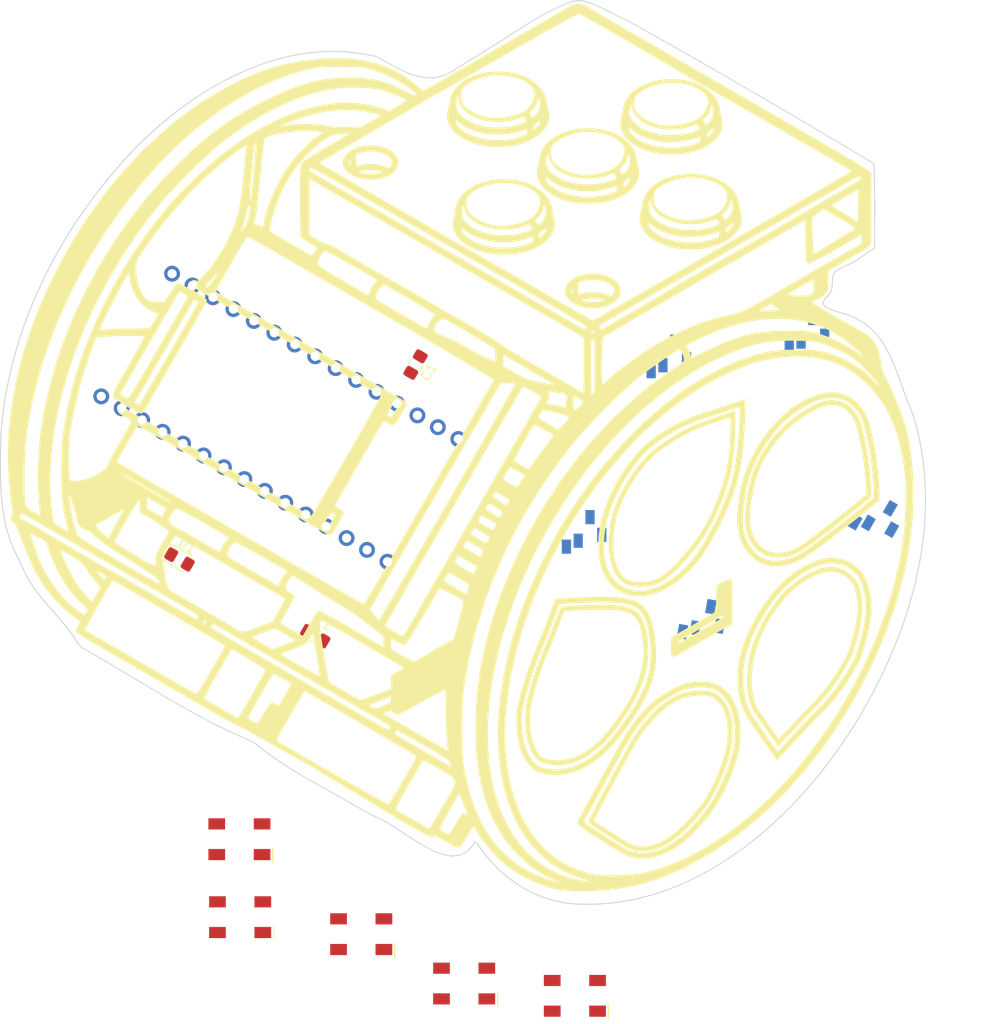
<source format=kicad_pcb>
(kicad_pcb (version 20171130) (host pcbnew 5.1.4-e60b266~84~ubuntu18.04.1)
  (layers (0 Top signal) (1 PWR signal) (2 MID signal) (31 Bottom signal) (34 B.Paste user) (35 F.Paste user) (36 B.SilkS user) (37 F.SilkS user) (38 B.Mask user hide) (39 F.Mask user hide) (44 Edge.Cuts user))
  (net 0 "")
  (net 1 /+3V3)
  (net 2 GND)
  (net 3 "Net-(D1-Pad2)")
  (net 4 /RESET)
  (net 5 /A5-SCL)
  (net 6 /A4-SDA)
  (net 7 /A3)
  (net 8 /A6)
  (net 9 /A7)
  (net 10 /A2)
  (net 11 /A1)
  (net 12 /A0)
  (net 13 /AREF)
  (net 14 /SCK)
  (net 15 /VIN)
  (net 16 /VUSB)
  (net 17 /TX)
  (net 18 /RX)
  (net 19 /D2)
  (net 20 NEO-D3)
  (net 21 /D4)
  (net 22 /D5-)
  (net 23 /D6-)
  (net 24 /D7)
  (net 25 /D8)
  (net 26 /D9-)
  (net 27 /D10-)
  (net 28 /MOSI)
  (net 29 /MISO-)
  (net 30 "Net-(LED1-Pad3)")
  (net 31 "Net-(LED2-Pad3)")
  (net 32 "Net-(LED3-Pad3)")
  (net 33 "Net-(LED4-Pad3)")
  (net 34 "Net-(LED5-Pad3)")
  (module 002-Nano:P9823_Reverse_Mount_Short_Pin (layer Bottom) (at 172.593 131.8514 350)
    (fp_text reference REF**)
    (fp_text value P9823_Reverse_Mount_Short_Pin)
    (pad 4 smd rect (at -1.905 -5.08 170) (size 1 1.524) (layers Bottom B.Paste B.Mask))
    (pad 2 smd rect (at 1.905 -6.35 170) (size 1 1.524) (layers Bottom B.Paste B.Mask))
    (pad 1 smd rect (at 0.635 -8.255 350) (size 1 1.524) (layers Bottom B.Paste B.Mask))
    (pad 3 smd rect (at -0.635 -5.715 350) (size 1 1.524) (layers Bottom B.Paste B.Mask))
  )
  (module 002-Nano:P9823_Reverse_Mount_Short_Pin (layer Bottom) (at 189.2808 120.0912 330)
    (fp_text reference REF**)
    (fp_text value P9823_Reverse_Mount_Short_Pin)
    (pad 4 smd rect (at -1.905 -5.08 150) (size 1 1.524) (layers Bottom B.Paste B.Mask))
    (pad 2 smd rect (at 1.905 -6.35 150) (size 1 1.524) (layers Bottom B.Paste B.Mask))
    (pad 1 smd rect (at 0.635 -8.255 330) (size 1 1.524) (layers Bottom B.Paste B.Mask))
    (pad 3 smd rect (at -0.635 -5.715 330) (size 1 1.524) (layers Bottom B.Paste B.Mask))
  )
  (module 002-Nano:P9823_Reverse_Mount_Short_Pin (layer Bottom) (at 161.0106 122.4534)
    (fp_text reference REF**)
    (fp_text value P9823_Reverse_Mount_Short_Pin)
    (pad 4 smd rect (at -1.905 -5.08 180) (size 1 1.524) (layers Bottom B.Paste B.Mask))
    (pad 2 smd rect (at 1.905 -6.35 180) (size 1 1.524) (layers Bottom B.Paste B.Mask))
    (pad 1 smd rect (at 0.635 -8.255) (size 1 1.524) (layers Bottom B.Paste B.Mask))
    (pad 3 smd rect (at -0.635 -5.715) (size 1 1.524) (layers Bottom B.Paste B.Mask))
  )
  (module 002-Nano:P9823_Reverse_Mount_Short_Pin (layer Bottom) (at 170.1292 103.5812)
    (fp_text reference REF**)
    (fp_text value P9823_Reverse_Mount_Short_Pin)
    (pad 4 smd rect (at -1.905 -5.08 180) (size 1 1.524) (layers Bottom B.Paste B.Mask))
    (pad 2 smd rect (at 1.905 -6.35 180) (size 1 1.524) (layers Bottom B.Paste B.Mask))
    (pad 1 smd rect (at 0.635 -8.255) (size 1 1.524) (layers Bottom B.Paste B.Mask))
    (pad 3 smd rect (at -0.635 -5.715) (size 1 1.524) (layers Bottom B.Paste B.Mask))
  )
  (module 002-Nano:P9823_Reverse_Mount_Short_Pin (layer Bottom) (at 184.9882 101.0412)
    (fp_text reference REF**)
    (fp_text value P9823_Reverse_Mount_Short_Pin)
    (pad 4 smd rect (at -1.905 -5.08 180) (size 1 1.524) (layers Bottom B.Paste B.Mask))
    (pad 2 smd rect (at 1.905 -6.35 180) (size 1 1.524) (layers Bottom B.Paste B.Mask))
    (pad 1 smd rect (at 0.635 -8.255) (size 1 1.524) (layers Bottom B.Paste B.Mask))
    (pad 3 smd rect (at -0.635 -5.715) (size 1 1.524) (layers Bottom B.Paste B.Mask))
  )
  (module 002-Nano:escorni-badge-new_06_Nano_100mm (layer Top) (at 147.9804 107.2388)
    (fp_text reference Ref** hide)
    (fp_text value Val** hide)
    (fp_line (start 11.767627 -48.505779) (end 11.271839 -48.330964) (layer Edge.Cuts) (width 0.1))
    (fp_line (start 12.393273 -48.607998) (end 11.767627 -48.505779) (layer Edge.Cuts) (width 0.1))
    (fp_line (start 12.961496 -48.561791) (end 12.393273 -48.607998) (layer Edge.Cuts) (width 0.1))
    (fp_line (start 13.54828 -48.394956) (end 12.961496 -48.561791) (layer Edge.Cuts) (width 0.1))
    (fp_line (start 14.042617 -48.200805) (end 13.54828 -48.394956) (layer Edge.Cuts) (width 0.1))
    (fp_line (start 14.57699 -47.965493) (end 14.042617 -48.200805) (layer Edge.Cuts) (width 0.1))
    (fp_line (start 15.123382 -47.713332) (end 14.57699 -47.965493) (layer Edge.Cuts) (width 0.1))
    (fp_line (start 15.419853 -47.569497) (end 15.123382 -47.713332) (layer Edge.Cuts) (width 0.1))
    (fp_line (start 15.589088 -47.482985) (end 15.419853 -47.569497) (layer Edge.Cuts) (width 0.1))
    (fp_line (start 15.993059 -47.267439) (end 15.589088 -47.482985) (layer Edge.Cuts) (width 0.1))
    (fp_line (start 16.636489 -46.937844) (end 15.993059 -47.267439) (layer Edge.Cuts) (width 0.1))
    (fp_line (start 17.191649 -46.654167) (end 16.636489 -46.937844) (layer Edge.Cuts) (width 0.1))
    (fp_line (start 17.948147 -46.311483) (end 17.191649 -46.654167) (layer Edge.Cuts) (width 0.1))
    (fp_line (start 18.402315 -46.056698) (end 17.948147 -46.311483) (layer Edge.Cuts) (width 0.1))
    (fp_line (start 18.856347 -45.801672) (end 18.402315 -46.056698) (layer Edge.Cuts) (width 0.1))
    (fp_line (start 19.612771 -45.376144) (end 18.856347 -45.801672) (layer Edge.Cuts) (width 0.1))
    (fp_line (start 20.519946 -44.864581) (end 19.612771 -45.376144) (layer Edge.Cuts) (width 0.1))
    (fp_line (start 21.42657 -44.352062) (end 20.519946 -44.864581) (layer Edge.Cuts) (width 0.1))
    (fp_line (start 22.332643 -43.838587) (end 21.42657 -44.352062) (layer Edge.Cuts) (width 0.1))
    (fp_line (start 23.238206 -43.324137) (end 22.332643 -43.838587) (layer Edge.Cuts) (width 0.1))
    (fp_line (start 24.143239 -42.808723) (end 23.238206 -43.324137) (layer Edge.Cuts) (width 0.1))
    (fp_line (start 25.047687 -42.292379) (end 24.143239 -42.808723) (layer Edge.Cuts) (width 0.1))
    (fp_line (start 25.951574 -41.775094) (end 25.047687 -42.292379) (layer Edge.Cuts) (width 0.1))
    (fp_line (start 26.854936 -41.25685) (end 25.951574 -41.775094) (layer Edge.Cuts) (width 0.1))
    (fp_line (start 27.757762 -40.737654) (end 26.854936 -41.25685) (layer Edge.Cuts) (width 0.1))
    (fp_line (start 28.660063 -40.2175) (end 27.757762 -40.737654) (layer Edge.Cuts) (width 0.1))
    (fp_line (start 29.561836 -39.696397) (end 28.660063 -40.2175) (layer Edge.Cuts) (width 0.1))
    (fp_line (start 30.463032 -39.17437) (end 29.561836 -39.696397) (layer Edge.Cuts) (width 0.1))
    (fp_line (start 31.363661 -38.651413) (end 30.463032 -39.17437) (layer Edge.Cuts) (width 0.1))
    (fp_line (start 32.263693 -38.127516) (end 31.363661 -38.651413) (layer Edge.Cuts) (width 0.1))
    (fp_line (start 33.163283 -37.602662) (end 32.263693 -38.127516) (layer Edge.Cuts) (width 0.1))
    (fp_line (start 34.062335 -37.076874) (end 33.163283 -37.602662) (layer Edge.Cuts) (width 0.1))
    (fp_line (start 34.960843 -36.550153) (end 34.062335 -37.076874) (layer Edge.Cuts) (width 0.1))
    (fp_line (start 35.858753 -36.022533) (end 34.960843 -36.550153) (layer Edge.Cuts) (width 0.1))
    (fp_line (start 36.756099 -35.493999) (end 35.858753 -36.022533) (layer Edge.Cuts) (width 0.1))
    (fp_line (start 37.652908 -34.964538) (end 36.756099 -35.493999) (layer Edge.Cuts) (width 0.1))
    (fp_line (start 38.549173 -34.434153) (end 37.652908 -34.964538) (layer Edge.Cuts) (width 0.1))
    (fp_line (start 39.444905 -33.902843) (end 38.549173 -34.434153) (layer Edge.Cuts) (width 0.1))
    (fp_line (start 40.340101 -33.370612) (end 39.444905 -33.902843) (layer Edge.Cuts) (width 0.1))
    (fp_line (start 41.234762 -32.837458) (end 40.340101 -33.370612) (layer Edge.Cuts) (width 0.1))
    (fp_line (start 42.128875 -32.303389) (end 41.234762 -32.837458) (layer Edge.Cuts) (width 0.1))
    (fp_line (start 42.585219 -32.030288) (end 42.128875 -32.303389) (layer Edge.Cuts) (width 0.1))
    (fp_line (start 42.859778 -31.865789) (end 42.585219 -32.030288) (layer Edge.Cuts) (width 0.1))
    (fp_line (start 43.155162 -31.688645) (end 42.859778 -31.865789) (layer Edge.Cuts) (width 0.1))
    (fp_line (start 43.450527 -31.511446) (end 43.155162 -31.688645) (layer Edge.Cuts) (width 0.1))
    (fp_line (start 43.724926 -31.346752) (end 43.450527 -31.511446) (layer Edge.Cuts) (width 0.1))
    (fp_line (start 43.957469 -31.207177) (end 43.724926 -31.346752) (layer Edge.Cuts) (width 0.1))
    (fp_line (start 44.127227 -31.105257) (end 43.957469 -31.207177) (layer Edge.Cuts) (width 0.1))
    (fp_line (start 44.213237 -31.053607) (end 44.127227 -31.105257) (layer Edge.Cuts) (width 0.1))
    (fp_line (start 44.214637 -31.002023) (end 44.213237 -31.053607) (layer Edge.Cuts) (width 0.1))
    (fp_line (start 44.222637 -30.679371) (end 44.214637 -31.002023) (layer Edge.Cuts) (width 0.1))
    (fp_line (start 44.235447 -30.143326) (end 44.222637 -30.679371) (layer Edge.Cuts) (width 0.1))
    (fp_line (start 44.251397 -29.451561) (end 44.235447 -30.143326) (layer Edge.Cuts) (width 0.1))
    (fp_line (start 44.268647 -28.661747) (end 44.251397 -29.451561) (layer Edge.Cuts) (width 0.1))
    (fp_line (start 44.285387 -27.831552) (end 44.268647 -28.661747) (layer Edge.Cuts) (width 0.1))
    (fp_line (start 44.299987 -27.018655) (end 44.285387 -27.831552) (layer Edge.Cuts) (width 0.1))
    (fp_line (start 44.310187 -26.280722) (end 44.299987 -27.018655) (layer Edge.Cuts) (width 0.1))
    (fp_line (start 44.304127 -25.849199) (end 44.310187 -26.280722) (layer Edge.Cuts) (width 0.1))
    (fp_line (start 44.295827 -25.339024) (end 44.304127 -25.849199) (layer Edge.Cuts) (width 0.1))
    (fp_line (start 44.291071 -24.699942) (end 44.295827 -25.339024) (layer Edge.Cuts) (width 0.1))
    (fp_line (start 44.288992 -24.001709) (end 44.291071 -24.699942) (layer Edge.Cuts) (width 0.1))
    (fp_line (start 44.288772 -23.314062) (end 44.288992 -24.001709) (layer Edge.Cuts) (width 0.1))
    (fp_line (start 44.289704 -22.706736) (end 44.288772 -23.314062) (layer Edge.Cuts) (width 0.1))
    (fp_line (start 44.290991 -22.249507) (end 44.289704 -22.706736) (layer Edge.Cuts) (width 0.1))
    (fp_line (start 44.291909 -22.012082) (end 44.290991 -22.249507) (layer Edge.Cuts) (width 0.1))
    (fp_line (start 44.264719 -21.992672) (end 44.291909 -22.012082) (layer Edge.Cuts) (width 0.1))
    (fp_line (start 44.097616 -21.873907) (end 44.264719 -21.992672) (layer Edge.Cuts) (width 0.1))
    (fp_line (start 43.825353 -21.681394) (end 44.097616 -21.873907) (layer Edge.Cuts) (width 0.1))
    (fp_line (start 43.482716 -21.440805) (end 43.825353 -21.681394) (layer Edge.Cuts) (width 0.1))
    (fp_line (start 43.10451 -21.177768) (end 43.482716 -21.440805) (layer Edge.Cuts) (width 0.1))
    (fp_line (start 42.725475 -20.917911) (end 43.10451 -21.177768) (layer Edge.Cuts) (width 0.1))
    (fp_line (start 42.549629 -20.799601) (end 42.725475 -20.917911) (layer Edge.Cuts) (width 0.1))
    (fp_line (start 42.465169 -20.743241) (end 42.549629 -20.799601) (layer Edge.Cuts) (width 0.1))
    (fp_line (start 42.384439 -20.690021) (end 42.465169 -20.743241) (layer Edge.Cuts) (width 0.1))
    (fp_line (start 42.307999 -20.640141) (end 42.384439 -20.690021) (layer Edge.Cuts) (width 0.1))
    (fp_line (start 42.236399 -20.593991) (end 42.307999 -20.640141) (layer Edge.Cuts) (width 0.1))
    (fp_line (start 42.170189 -20.552171) (end 42.236399 -20.593991) (layer Edge.Cuts) (width 0.1))
    (fp_line (start 42.109879 -20.514701) (end 42.170189 -20.552171) (layer Edge.Cuts) (width 0.1))
    (fp_line (start 42.056149 -20.482611) (end 42.109879 -20.514701) (layer Edge.Cuts) (width 0.1))
    (fp_line (start 41.903872 -20.398657) (end 42.056149 -20.482611) (layer Edge.Cuts) (width 0.1))
    (fp_line (start 41.661974 -20.283619) (end 41.903872 -20.398657) (layer Edge.Cuts) (width 0.1))
    (fp_line (start 41.391915 -20.164506) (end 41.661974 -20.283619) (layer Edge.Cuts) (width 0.1))
    (fp_line (start 41.10738 -20.040649) (end 41.391915 -20.164506) (layer Edge.Cuts) (width 0.1))
    (fp_line (start 40.822024 -19.911428) (end 41.10738 -20.040649) (layer Edge.Cuts) (width 0.1))
    (fp_line (start 40.549473 -19.776203) (end 40.822024 -19.911428) (layer Edge.Cuts) (width 0.1))
    (fp_line (start 40.303437 -19.634346) (end 40.549473 -19.776203) (layer Edge.Cuts) (width 0.1))
    (fp_line (start 40.097542 -19.485206) (end 40.303437 -19.634346) (layer Edge.Cuts) (width 0.1))
    (fp_line (start 39.945824 -19.318789) (end 40.097542 -19.485206) (layer Edge.Cuts) (width 0.1))
    (fp_line (start 39.846044 -19.097223) (end 39.945824 -19.318789) (layer Edge.Cuts) (width 0.1))
    (fp_line (start 39.785494 -18.834205) (end 39.846044 -19.097223) (layer Edge.Cuts) (width 0.1))
    (fp_line (start 39.751444 -18.543488) (end 39.785494 -18.834205) (layer Edge.Cuts) (width 0.1))
    (fp_line (start 39.731164 -18.23875) (end 39.751444 -18.543488) (layer Edge.Cuts) (width 0.1))
    (fp_line (start 39.711824 -17.933727) (end 39.731164 -18.23875) (layer Edge.Cuts) (width 0.1))
    (fp_line (start 39.680894 -17.642121) (end 39.711824 -17.933727) (layer Edge.Cuts) (width 0.1))
    (fp_line (start 39.625544 -17.377662) (end 39.680894 -17.642121) (layer Edge.Cuts) (width 0.1))
    (fp_line (start 39.550944 -17.200945) (end 39.625544 -17.377662) (layer Edge.Cuts) (width 0.1))
    (fp_line (start 39.441349 -17.048475) (end 39.550944 -17.200945) (layer Edge.Cuts) (width 0.1))
    (fp_line (start 39.302933 -16.892001) (end 39.441349 -17.048475) (layer Edge.Cuts) (width 0.1))
    (fp_line (start 39.152002 -16.7307) (end 39.302933 -16.892001) (layer Edge.Cuts) (width 0.1))
    (fp_line (start 39.004857 -16.563852) (end 39.152002 -16.7307) (layer Edge.Cuts) (width 0.1))
    (fp_line (start 38.877787 -16.390614) (end 39.004857 -16.563852) (layer Edge.Cuts) (width 0.1))
    (fp_line (start 38.787067 -16.210224) (end 38.877787 -16.390614) (layer Edge.Cuts) (width 0.1))
    (fp_line (start 38.749087 -16.021892) (end 38.787067 -16.210224) (layer Edge.Cuts) (width 0.1))
    (fp_line (start 38.822738 -15.837661) (end 38.749087 -16.021892) (layer Edge.Cuts) (width 0.1))
    (fp_line (start 38.991785 -15.676684) (end 38.822738 -15.837661) (layer Edge.Cuts) (width 0.1))
    (fp_line (start 39.216975 -15.533732) (end 38.991785 -15.676684) (layer Edge.Cuts) (width 0.1))
    (fp_line (start 39.479123 -15.407617) (end 39.216975 -15.533732) (layer Edge.Cuts) (width 0.1))
    (fp_line (start 39.758968 -15.29714) (end 39.479123 -15.407617) (layer Edge.Cuts) (width 0.1))
    (fp_line (start 40.03731 -15.20104) (end 39.758968 -15.29714) (layer Edge.Cuts) (width 0.1))
    (fp_line (start 40.294926 -15.11817) (end 40.03731 -15.20104) (layer Edge.Cuts) (width 0.1))
    (fp_line (start 40.512596 -15.04731) (end 40.294926 -15.11817) (layer Edge.Cuts) (width 0.1))
    (fp_line (start 40.707623 -14.99402) (end 40.512596 -15.04731) (layer Edge.Cuts) (width 0.1))
    (fp_line (start 40.914169 -14.93954) (end 40.707623 -14.99402) (layer Edge.Cuts) (width 0.1))
    (fp_line (start 41.119166 -14.87946) (end 40.914169 -14.93954) (layer Edge.Cuts) (width 0.1))
    (fp_line (start 41.322441 -14.81365) (end 41.119166 -14.87946) (layer Edge.Cuts) (width 0.1))
    (fp_line (start 41.523806 -14.74221) (end 41.322441 -14.81365) (layer Edge.Cuts) (width 0.1))
    (fp_line (start 41.723078 -14.66521) (end 41.523806 -14.74221) (layer Edge.Cuts) (width 0.1))
    (fp_line (start 41.920086 -14.58267) (end 41.723078 -14.66521) (layer Edge.Cuts) (width 0.1))
    (fp_line (start 42.114646 -14.49465) (end 41.920086 -14.58267) (layer Edge.Cuts) (width 0.1))
    (fp_line (start 42.685522 -14.202171) (end 42.114646 -14.49465) (layer Edge.Cuts) (width 0.1))
    (fp_line (start 43.398911 -13.732206) (end 42.685522 -14.202171) (layer Edge.Cuts) (width 0.1))
    (fp_line (start 44.05016 -13.181232) (end 43.398911 -13.732206) (layer Edge.Cuts) (width 0.1))
    (fp_line (start 44.628572 -12.552337) (end 44.05016 -13.181232) (layer Edge.Cuts) (width 0.1))
    (fp_line (start 45.135732 -11.848254) (end 44.628572 -12.552337) (layer Edge.Cuts) (width 0.1))
    (fp_line (start 45.582895 -11.108331) (end 45.135732 -11.848254) (layer Edge.Cuts) (width 0.1))
    (fp_line (start 45.977354 -10.339152) (end 45.582895 -11.108331) (layer Edge.Cuts) (width 0.1))
    (fp_line (start 46.329432 -9.54736) (end 45.977354 -10.339152) (layer Edge.Cuts) (width 0.1))
    (fp_line (start 46.648947 -8.742235) (end 46.329432 -9.54736) (layer Edge.Cuts) (width 0.1))
    (fp_line (start 46.947789 -7.928349) (end 46.648947 -8.742235) (layer Edge.Cuts) (width 0.1))
    (fp_line (start 47.237424 -7.11066) (end 46.947789 -7.928349) (layer Edge.Cuts) (width 0.1))
    (fp_line (start 47.529147 -6.294563) (end 47.237424 -7.11066) (layer Edge.Cuts) (width 0.1))
    (fp_line (start 47.835132 -5.482882) (end 47.529147 -6.294563) (layer Edge.Cuts) (width 0.1))
    (fp_line (start 48.166287 -4.682672) (end 47.835132 -5.482882) (layer Edge.Cuts) (width 0.1))
    (fp_line (start 48.446825 -3.953889) (end 48.166287 -4.682672) (layer Edge.Cuts) (width 0.1))
    (fp_line (start 48.661494 -3.244673) (end 48.446825 -3.953889) (layer Edge.Cuts) (width 0.1))
    (fp_line (start 48.851 -2.528357) (end 48.661494 -3.244673) (layer Edge.Cuts) (width 0.1))
    (fp_line (start 49.018899 -1.806461) (end 48.851 -2.528357) (layer Edge.Cuts) (width 0.1))
    (fp_line (start 49.168775 -1.080238) (end 49.018899 -1.806461) (layer Edge.Cuts) (width 0.1))
    (fp_line (start 49.304069 -0.351607) (end 49.168775 -1.080238) (layer Edge.Cuts) (width 0.1))
    (fp_line (start 49.445294 0.525876) (end 49.304069 -0.351607) (layer Edge.Cuts) (width 0.1))
    (fp_line (start 49.566627 1.479855) (end 49.445294 0.525876) (layer Edge.Cuts) (width 0.1))
    (fp_line (start 49.658517 2.437413) (end 49.566627 1.479855) (layer Edge.Cuts) (width 0.1))
    (fp_line (start 49.721417 3.397237) (end 49.658517 2.437413) (layer Edge.Cuts) (width 0.1))
    (fp_line (start 49.755917 4.358564) (end 49.721417 3.397237) (layer Edge.Cuts) (width 0.1))
    (fp_line (start 49.762917 5.320572) (end 49.755917 4.358564) (layer Edge.Cuts) (width 0.1))
    (fp_line (start 49.743017 6.282256) (end 49.762917 5.320572) (layer Edge.Cuts) (width 0.1))
    (fp_line (start 49.696517 7.243158) (end 49.743017 6.282256) (layer Edge.Cuts) (width 0.1))
    (fp_line (start 49.624457 8.202379) (end 49.696517 7.243158) (layer Edge.Cuts) (width 0.1))
    (fp_line (start 49.527376 9.159597) (end 49.624457 8.202379) (layer Edge.Cuts) (width 0.1))
    (fp_line (start 49.406095 10.113927) (end 49.527376 9.159597) (layer Edge.Cuts) (width 0.1))
    (fp_line (start 49.261234 11.065109) (end 49.406095 10.113927) (layer Edge.Cuts) (width 0.1))
    (fp_line (start 49.093533 12.012453) (end 49.261234 11.065109) (layer Edge.Cuts) (width 0.1))
    (fp_line (start 48.903663 12.955627) (end 49.093533 12.012453) (layer Edge.Cuts) (width 0.1))
    (fp_line (start 48.692251 13.894295) (end 48.903663 12.955627) (layer Edge.Cuts) (width 0.1))
    (fp_line (start 48.459959 14.82792) (end 48.692251 13.894295) (layer Edge.Cuts) (width 0.1))
    (fp_line (start 48.207305 15.756445) (end 48.459959 14.82792) (layer Edge.Cuts) (width 0.1))
    (fp_line (start 47.935002 16.679076) (end 48.207305 15.756445) (layer Edge.Cuts) (width 0.1))
    (fp_line (start 47.643418 17.596266) (end 47.935002 16.679076) (layer Edge.Cuts) (width 0.1))
    (fp_line (start 47.33332 18.506822) (end 47.643418 17.596266) (layer Edge.Cuts) (width 0.1))
    (fp_line (start 46.991038 19.445631) (end 47.33332 18.506822) (layer Edge.Cuts) (width 0.1))
    (fp_line (start 46.623571 20.395587) (end 46.991038 19.445631) (layer Edge.Cuts) (width 0.1))
    (fp_line (start 46.23839 21.338509) (end 46.623571 20.395587) (layer Edge.Cuts) (width 0.1))
    (fp_line (start 45.835744 22.274126) (end 46.23839 21.338509) (layer Edge.Cuts) (width 0.1))
    (fp_line (start 45.415882 23.202108) (end 45.835744 22.274126) (layer Edge.Cuts) (width 0.1))
    (fp_line (start 44.978987 24.122214) (end 45.415882 23.202108) (layer Edge.Cuts) (width 0.1))
    (fp_line (start 44.525333 25.034135) (end 44.978987 24.122214) (layer Edge.Cuts) (width 0.1))
    (fp_line (start 44.055125 25.937628) (end 44.525333 25.034135) (layer Edge.Cuts) (width 0.1))
    (fp_line (start 43.56856 26.832464) (end 44.055125 25.937628) (layer Edge.Cuts) (width 0.1))
    (fp_line (start 43.065893 27.718362) (end 43.56856 26.832464) (layer Edge.Cuts) (width 0.1))
    (fp_line (start 42.547316 28.595058) (end 43.065893 27.718362) (layer Edge.Cuts) (width 0.1))
    (fp_line (start 42.013062 29.462276) (end 42.547316 28.595058) (layer Edge.Cuts) (width 0.1))
    (fp_line (start 41.463336 30.31979) (end 42.013062 29.462276) (layer Edge.Cuts) (width 0.1))
    (fp_line (start 40.898381 31.167299) (end 41.463336 30.31979) (layer Edge.Cuts) (width 0.1))
    (fp_line (start 40.318337 32.004646) (end 40.898381 31.167299) (layer Edge.Cuts) (width 0.1))
    (fp_line (start 39.723447 32.831482) (end 40.318337 32.004646) (layer Edge.Cuts) (width 0.1))
    (fp_line (start 39.101789 33.65638) (end 39.723447 32.831482) (layer Edge.Cuts) (width 0.1))
    (fp_line (start 38.457666 34.474665) (end 39.101789 33.65638) (layer Edge.Cuts) (width 0.1))
    (fp_line (start 37.797764 35.280056) (end 38.457666 34.474665) (layer Edge.Cuts) (width 0.1))
    (fp_line (start 37.121744 36.072085) (end 37.797764 35.280056) (layer Edge.Cuts) (width 0.1))
    (fp_line (start 36.429499 36.849931) (end 37.121744 36.072085) (layer Edge.Cuts) (width 0.1))
    (fp_line (start 35.720891 37.612813) (end 36.429499 36.849931) (layer Edge.Cuts) (width 0.1))
    (fp_line (start 34.99568 38.360005) (end 35.720891 37.612813) (layer Edge.Cuts) (width 0.1))
    (fp_line (start 34.253891 39.090508) (end 34.99568 38.360005) (layer Edge.Cuts) (width 0.1))
    (fp_line (start 33.495196 39.803644) (end 34.253891 39.090508) (layer Edge.Cuts) (width 0.1))
    (fp_line (start 32.719735 40.498264) (end 33.495196 39.803644) (layer Edge.Cuts) (width 0.1))
    (fp_line (start 31.927272 41.173574) (end 32.719735 40.498264) (layer Edge.Cuts) (width 0.1))
    (fp_line (start 31.117964 41.828422) (end 31.927272 41.173574) (layer Edge.Cuts) (width 0.1))
    (fp_line (start 30.291759 42.461845) (end 31.117964 41.828422) (layer Edge.Cuts) (width 0.1))
    (fp_line (start 29.448753 43.072776) (end 30.291759 42.461845) (layer Edge.Cuts) (width 0.1))
    (fp_line (start 28.589285 43.659996) (end 29.448753 43.072776) (layer Edge.Cuts) (width 0.1))
    (fp_line (start 27.713238 44.222631) (end 28.589285 43.659996) (layer Edge.Cuts) (width 0.1))
    (fp_line (start 26.821539 44.75918) (end 27.713238 44.222631) (layer Edge.Cuts) (width 0.1))
    (fp_line (start 25.913681 45.269087) (end 26.821539 44.75918) (layer Edge.Cuts) (width 0.1))
    (fp_line (start 24.989295 45.751751) (end 25.913681 45.269087) (layer Edge.Cuts) (width 0.1))
    (fp_line (start 24.047104 46.201743) (end 24.989295 45.751751) (layer Edge.Cuts) (width 0.1))
    (fp_line (start 23.089235 46.616965) (end 24.047104 46.201743) (layer Edge.Cuts) (width 0.1))
    (fp_line (start 22.116712 46.996434) (end 23.089235 46.616965) (layer Edge.Cuts) (width 0.1))
    (fp_line (start 21.130473 47.339105) (end 22.116712 46.996434) (layer Edge.Cuts) (width 0.1))
    (fp_line (start 20.132003 47.643639) (end 21.130473 47.339105) (layer Edge.Cuts) (width 0.1))
    (fp_line (start 19.122279 47.908878) (end 20.132003 47.643639) (layer Edge.Cuts) (width 0.1))
    (fp_line (start 18.103003 48.133428) (end 19.122279 47.908878) (layer Edge.Cuts) (width 0.1))
    (fp_line (start 17.075285 48.316006) (end 18.103003 48.133428) (layer Edge.Cuts) (width 0.1))
    (fp_line (start 16.040872 48.455235) (end 17.075285 48.316006) (layer Edge.Cuts) (width 0.1))
    (fp_line (start 15.001606 48.549925) (end 16.040872 48.455235) (layer Edge.Cuts) (width 0.1))
    (fp_line (start 13.958912 48.598515) (end 15.001606 48.549925) (layer Edge.Cuts) (width 0.1))
    (fp_line (start 12.915758 48.599495) (end 13.958912 48.598515) (layer Edge.Cuts) (width 0.1))
    (fp_line (start 11.872844 48.552335) (end 12.915758 48.599495) (layer Edge.Cuts) (width 0.1))
    (fp_line (start 10.926193 48.445574) (end 11.872844 48.552335) (layer Edge.Cuts) (width 0.1))
    (fp_line (start 10.040978 48.269062) (end 10.926193 48.445574) (layer Edge.Cuts) (width 0.1))
    (fp_line (start 9.170713 48.028417) (end 10.040978 48.269062) (layer Edge.Cuts) (width 0.1))
    (fp_line (start 8.31938 47.726492) (end 9.170713 48.028417) (layer Edge.Cuts) (width 0.1))
    (fp_line (start 7.491128 47.366658) (end 8.31938 47.726492) (layer Edge.Cuts) (width 0.1))
    (fp_line (start 6.688442 46.951831) (end 7.491128 47.366658) (layer Edge.Cuts) (width 0.1))
    (fp_line (start 5.914775 46.485474) (end 6.688442 46.951831) (layer Edge.Cuts) (width 0.1))
    (fp_line (start 5.172195 45.970364) (end 5.914775 46.485474) (layer Edge.Cuts) (width 0.1))
    (fp_line (start 4.463521 45.409706) (end 5.172195 45.970364) (layer Edge.Cuts) (width 0.1))
    (fp_line (start 3.790963 44.806252) (end 4.463521 45.409706) (layer Edge.Cuts) (width 0.1))
    (fp_line (start 3.156568 44.162376) (end 3.790963 44.806252) (layer Edge.Cuts) (width 0.1))
    (fp_line (start 2.563153 43.481075) (end 3.156568 44.162376) (layer Edge.Cuts) (width 0.1))
    (fp_line (start 2.012528 42.764115) (end 2.563153 43.481075) (layer Edge.Cuts) (width 0.1))
    (fp_line (start 1.507967 42.014889) (end 2.012528 42.764115) (layer Edge.Cuts) (width 0.1))
    (fp_line (start 1.254496 41.927437) (end 1.507967 42.014889) (layer Edge.Cuts) (width 0.1))
    (fp_line (start 1.088972 42.204189) (end 1.254496 41.927437) (layer Edge.Cuts) (width 0.1))
    (fp_line (start 0.738074 42.663228) (end 1.088972 42.204189) (layer Edge.Cuts) (width 0.1))
    (fp_line (start 0.176599 43.092017) (end 0.738074 42.663228) (layer Edge.Cuts) (width 0.1))
    (fp_line (start -0.4796 43.350805) (end 0.176599 43.092017) (layer Edge.Cuts) (width 0.1))
    (fp_line (start -1.184013 43.418035) (end -0.4796 43.350805) (layer Edge.Cuts) (width 0.1))
    (fp_line (start -1.942247 43.288295) (end -1.184013 43.418035) (layer Edge.Cuts) (width 0.1))
    (fp_line (start -2.694757 43.055318) (end -1.942247 43.288295) (layer Edge.Cuts) (width 0.1))
    (fp_line (start -3.417643 42.742511) (end -2.694757 43.055318) (layer Edge.Cuts) (width 0.1))
    (fp_line (start -4.116846 42.372157) (end -3.417643 42.742511) (layer Edge.Cuts) (width 0.1))
    (fp_line (start -4.7988 41.965816) (end -4.116846 42.372157) (layer Edge.Cuts) (width 0.1))
    (fp_line (start -5.468382 41.545901) (end -4.7988 41.965816) (layer Edge.Cuts) (width 0.1))
    (fp_line (start -6.151418 41.113858) (end -5.468382 41.545901) (layer Edge.Cuts) (width 0.1))
    (fp_line (start -6.839902 40.657792) (end -6.151418 41.113858) (layer Edge.Cuts) (width 0.1))
    (fp_line (start -7.53113 40.204276) (end -6.839902 40.657792) (layer Edge.Cuts) (width 0.1))
    (fp_line (start -8.233787 39.772906) (end -7.53113 40.204276) (layer Edge.Cuts) (width 0.1))
    (fp_line (start -8.958828 39.382139) (end -8.233787 39.772906) (layer Edge.Cuts) (width 0.1))
    (fp_line (start -9.713913 39.052916) (end -8.958828 39.382139) (layer Edge.Cuts) (width 0.1))
    (fp_line (start -10.502226 38.642609) (end -9.713913 39.052916) (layer Edge.Cuts) (width 0.1))
    (fp_line (start -11.299537 38.169332) (end -10.502226 38.642609) (layer Edge.Cuts) (width 0.1))
    (fp_line (start -12.102542 37.706357) (end -11.299537 38.169332) (layer Edge.Cuts) (width 0.1))
    (fp_line (start -12.90989 37.25057) (end -12.102542 37.706357) (layer Edge.Cuts) (width 0.1))
    (fp_line (start -13.719687 36.799314) (end -12.90989 37.25057) (layer Edge.Cuts) (width 0.1))
    (fp_line (start -14.530365 36.349677) (end -13.719687 36.799314) (layer Edge.Cuts) (width 0.1))
    (fp_line (start -15.340468 35.898734) (end -14.530365 36.349677) (layer Edge.Cuts) (width 0.1))
    (fp_line (start -16.148094 35.443805) (end -15.340468 35.898734) (layer Edge.Cuts) (width 0.1))
    (fp_line (start -16.951941 34.981863) (end -16.148094 35.443805) (layer Edge.Cuts) (width 0.1))
    (fp_line (start -17.749844 34.510317) (end -16.951941 34.981863) (layer Edge.Cuts) (width 0.1))
    (fp_line (start -18.540368 34.026207) (end -17.749844 34.510317) (layer Edge.Cuts) (width 0.1))
    (fp_line (start -19.321272 33.526972) (end -18.540368 34.026207) (layer Edge.Cuts) (width 0.1))
    (fp_line (start -20.090355 33.010093) (end -19.321272 33.526972) (layer Edge.Cuts) (width 0.1))
    (fp_line (start -20.845739 32.472838) (end -20.090355 33.010093) (layer Edge.Cuts) (width 0.1))
    (fp_line (start -21.583911 31.913751) (end -20.845739 32.472838) (layer Edge.Cuts) (width 0.1))
    (fp_line (start -22.303954 31.329639) (end -21.583911 31.913751) (layer Edge.Cuts) (width 0.1))
    (fp_line (start -23.140335 30.881763) (end -22.303954 31.329639) (layer Edge.Cuts) (width 0.1))
    (fp_line (start -24.034424 30.497478) (end -23.140335 30.881763) (layer Edge.Cuts) (width 0.1))
    (fp_line (start -24.921131 30.096066) (end -24.034424 30.497478) (layer Edge.Cuts) (width 0.1))
    (fp_line (start -25.800494 29.679037) (end -24.921131 30.096066) (layer Edge.Cuts) (width 0.1))
    (fp_line (start -26.673006 29.247701) (end -25.800494 29.679037) (layer Edge.Cuts) (width 0.1))
    (fp_line (start -27.539109 28.803442) (end -26.673006 29.247701) (layer Edge.Cuts) (width 0.1))
    (fp_line (start -28.399152 28.347653) (end -27.539109 28.803442) (layer Edge.Cuts) (width 0.1))
    (fp_line (start -29.253841 27.881604) (end -28.399152 28.347653) (layer Edge.Cuts) (width 0.1))
    (fp_line (start -30.103551 27.406744) (end -29.253841 27.881604) (layer Edge.Cuts) (width 0.1))
    (fp_line (start -30.949101 26.924245) (end -30.103551 27.406744) (layer Edge.Cuts) (width 0.1))
    (fp_line (start -31.790938 26.435525) (end -30.949101 26.924245) (layer Edge.Cuts) (width 0.1))
    (fp_line (start -32.629896 25.941744) (end -31.790938 26.435525) (layer Edge.Cuts) (width 0.1))
    (fp_line (start -33.466615 25.444209) (end -32.629896 25.941744) (layer Edge.Cuts) (width 0.1))
    (fp_line (start -34.301843 24.944101) (end -33.466615 25.444209) (layer Edge.Cuts) (width 0.1))
    (fp_line (start -35.136315 24.442684) (end -34.301843 24.944101) (layer Edge.Cuts) (width 0.1))
    (fp_line (start -35.97069 23.941172) (end -35.136315 24.442684) (layer Edge.Cuts) (width 0.1))
    (fp_line (start -36.805812 23.440771) (end -35.97069 23.941172) (layer Edge.Cuts) (width 0.1))
    (fp_line (start -37.642241 22.942783) (end -36.805812 23.440771) (layer Edge.Cuts) (width 0.1))
    (fp_line (start -38.480897 22.448322) (end -37.642241 22.942783) (layer Edge.Cuts) (width 0.1))
    (fp_line (start -39.322251 21.958779) (end -38.480897 22.448322) (layer Edge.Cuts) (width 0.1))
    (fp_line (start -40.167211 21.475294) (end -39.322251 21.958779) (layer Edge.Cuts) (width 0.1))
    (fp_line (start -41.016219 20.999274) (end -40.167211 21.475294) (layer Edge.Cuts) (width 0.1))
    (fp_line (start -41.531545 20.41164) (end -41.016219 20.999274) (layer Edge.Cuts) (width 0.1))
    (fp_line (start -41.917539 19.785419) (end -41.531545 20.41164) (layer Edge.Cuts) (width 0.1))
    (fp_line (start -42.340808 19.183449) (end -41.917539 19.785419) (layer Edge.Cuts) (width 0.1))
    (fp_line (start -42.796198 18.605845) (end -42.340808 19.183449) (layer Edge.Cuts) (width 0.1))
    (fp_line (start -43.391491 17.910981) (end -42.796198 18.605845) (layer Edge.Cuts) (width 0.1))
    (fp_line (start -44.059629 17.150173) (end -43.391491 17.910981) (layer Edge.Cuts) (width 0.1))
    (fp_line (start -44.7255 16.386756) (end -44.059629 17.150173) (layer Edge.Cuts) (width 0.1))
    (fp_line (start -45.373637 15.610842) (end -44.7255 16.386756) (layer Edge.Cuts) (width 0.1))
    (fp_line (start -45.991052 14.809259) (end -45.373637 15.610842) (layer Edge.Cuts) (width 0.1))
    (fp_line (start -46.559378 13.97458) (end -45.991052 14.809259) (layer Edge.Cuts) (width 0.1))
    (fp_line (start -47.059459 13.101596) (end -46.559378 13.97458) (layer Edge.Cuts) (width 0.1))
    (fp_line (start -47.475582 12.180803) (end -47.059459 13.101596) (layer Edge.Cuts) (width 0.1))
    (fp_line (start -47.804187 11.460936) (end -47.475582 12.180803) (layer Edge.Cuts) (width 0.1))
    (fp_line (start -48.117782 10.856734) (end -47.804187 11.460936) (layer Edge.Cuts) (width 0.1))
    (fp_line (start -48.407556 10.24103) (end -48.117782 10.856734) (layer Edge.Cuts) (width 0.1))
    (fp_line (start -48.663082 9.610745) (end -48.407556 10.24103) (layer Edge.Cuts) (width 0.1))
    (fp_line (start -48.924721 8.832744) (end -48.663082 9.610745) (layer Edge.Cuts) (width 0.1))
    (fp_line (start -49.159826 7.979113) (end -48.924721 8.832744) (layer Edge.Cuts) (width 0.1))
    (fp_line (start -49.348077 7.113697) (end -49.159826 7.979113) (layer Edge.Cuts) (width 0.1))
    (fp_line (start -49.493864 6.239271) (end -49.348077 7.113697) (layer Edge.Cuts) (width 0.1))
    (fp_line (start -49.601924 5.359847) (end -49.493864 6.239271) (layer Edge.Cuts) (width 0.1))
    (fp_line (start -49.677615 4.476174) (end -49.601924 5.359847) (layer Edge.Cuts) (width 0.1))
    (fp_line (start -49.726099 3.590825) (end -49.677615 4.476174) (layer Edge.Cuts) (width 0.1))
    (fp_line (start -49.752703 2.70419) (end -49.726099 3.590825) (layer Edge.Cuts) (width 0.1))
    (fp_line (start -49.762423 1.816926) (end -49.752703 2.70419) (layer Edge.Cuts) (width 0.1))
    (fp_line (start -49.760689 0.930188) (end -49.762423 1.816926) (layer Edge.Cuts) (width 0.1))
    (fp_line (start -49.75239 0.042288) (end -49.760689 0.930188) (layer Edge.Cuts) (width 0.1))
    (fp_line (start -49.742748 -0.844024) (end -49.75239 0.042288) (layer Edge.Cuts) (width 0.1))
    (fp_line (start -49.716505 -1.742084) (end -49.742748 -0.844024) (layer Edge.Cuts) (width 0.1))
    (fp_line (start -49.655946 -2.646301) (end -49.716505 -1.742084) (layer Edge.Cuts) (width 0.1))
    (fp_line (start -49.57041 -3.548452) (end -49.655946 -2.646301) (layer Edge.Cuts) (width 0.1))
    (fp_line (start -49.461752 -4.44828) (end -49.57041 -3.548452) (layer Edge.Cuts) (width 0.1))
    (fp_line (start -49.331835 -5.345303) (end -49.461752 -4.44828) (layer Edge.Cuts) (width 0.1))
    (fp_line (start -49.182498 -6.239307) (end -49.331835 -5.345303) (layer Edge.Cuts) (width 0.1))
    (fp_line (start -49.01552 -7.130368) (end -49.182498 -6.239307) (layer Edge.Cuts) (width 0.1))
    (fp_line (start -48.832744 -8.018016) (end -49.01552 -7.130368) (layer Edge.Cuts) (width 0.1))
    (fp_line (start -48.618451 -8.95654) (end -48.832744 -8.018016) (layer Edge.Cuts) (width 0.1))
    (fp_line (start -48.375338 -9.916814) (end -48.618451 -8.95654) (layer Edge.Cuts) (width 0.1))
    (fp_line (start -48.111665 -10.871852) (end -48.375338 -9.916814) (layer Edge.Cuts) (width 0.1))
    (fp_line (start -47.827824 -11.821023) (end -48.111665 -10.871852) (layer Edge.Cuts) (width 0.1))
    (fp_line (start -47.524134 -12.764035) (end -47.827824 -11.821023) (layer Edge.Cuts) (width 0.1))
    (fp_line (start -47.200944 -13.700486) (end -47.524134 -12.764035) (layer Edge.Cuts) (width 0.1))
    (fp_line (start -46.858582 -14.630105) (end -47.200944 -13.700486) (layer Edge.Cuts) (width 0.1))
    (fp_line (start -46.497393 -15.552588) (end -46.858582 -14.630105) (layer Edge.Cuts) (width 0.1))
    (fp_line (start -46.117741 -16.467585) (end -46.497393 -15.552588) (layer Edge.Cuts) (width 0.1))
    (fp_line (start -45.719941 -17.374894) (end -46.117741 -16.467585) (layer Edge.Cuts) (width 0.1))
    (fp_line (start -45.304348 -18.274206) (end -45.719941 -17.374894) (layer Edge.Cuts) (width 0.1))
    (fp_line (start -44.871266 -19.165342) (end -45.304348 -18.274206) (layer Edge.Cuts) (width 0.1))
    (fp_line (start -44.421119 -20.047878) (end -44.871266 -19.165342) (layer Edge.Cuts) (width 0.1))
    (fp_line (start -43.954183 -20.921701) (end -44.421119 -20.047878) (layer Edge.Cuts) (width 0.1))
    (fp_line (start -43.470826 -21.786504) (end -43.954183 -20.921701) (layer Edge.Cuts) (width 0.1))
    (fp_line (start -42.971325 -22.642161) (end -43.470826 -21.786504) (layer Edge.Cuts) (width 0.1))
    (fp_line (start -42.45608 -23.488325) (end -42.971325 -22.642161) (layer Edge.Cuts) (width 0.1))
    (fp_line (start -41.925354 -24.32487) (end -42.45608 -23.488325) (layer Edge.Cuts) (width 0.1))
    (fp_line (start -41.379453 -25.151604) (end -41.925354 -24.32487) (layer Edge.Cuts) (width 0.1))
    (fp_line (start -40.818676 -25.96833) (end -41.379453 -25.151604) (layer Edge.Cuts) (width 0.1))
    (fp_line (start -40.243288 -26.774896) (end -40.818676 -25.96833) (layer Edge.Cuts) (width 0.1))
    (fp_line (start -39.653628 -27.571045) (end -40.243288 -26.774896) (layer Edge.Cuts) (width 0.1))
    (fp_line (start -39.049911 -28.356673) (end -39.653628 -27.571045) (layer Edge.Cuts) (width 0.1))
    (fp_line (start -38.432511 -29.131463) (end -39.049911 -28.356673) (layer Edge.Cuts) (width 0.1))
    (fp_line (start -37.801546 -29.895423) (end -38.432511 -29.131463) (layer Edge.Cuts) (width 0.1))
    (fp_line (start -37.157453 -30.648149) (end -37.801546 -29.895423) (layer Edge.Cuts) (width 0.1))
    (fp_line (start -36.500244 -31.389737) (end -37.157453 -30.648149) (layer Edge.Cuts) (width 0.1))
    (fp_line (start -35.830442 -32.11969) (end -36.500244 -31.389737) (layer Edge.Cuts) (width 0.1))
    (fp_line (start -35.119452 -32.858125) (end -35.830442 -32.11969) (layer Edge.Cuts) (width 0.1))
    (fp_line (start -34.376646 -33.590917) (end -35.119452 -32.858125) (layer Edge.Cuts) (width 0.1))
    (fp_line (start -33.616802 -34.305975) (end -34.376646 -33.590917) (layer Edge.Cuts) (width 0.1))
    (fp_line (start -32.839911 -35.002514) (end -33.616802 -34.305975) (layer Edge.Cuts) (width 0.1))
    (fp_line (start -32.046016 -35.679653) (end -32.839911 -35.002514) (layer Edge.Cuts) (width 0.1))
    (fp_line (start -31.235289 -36.336384) (end -32.046016 -35.679653) (layer Edge.Cuts) (width 0.1))
    (fp_line (start -30.407707 -36.971841) (end -31.235289 -36.336384) (layer Edge.Cuts) (width 0.1))
    (fp_line (start -29.563562 -37.584889) (end -30.407707 -36.971841) (layer Edge.Cuts) (width 0.1))
    (fp_line (start -28.702862 -38.174608) (end -29.563562 -37.584889) (layer Edge.Cuts) (width 0.1))
    (fp_line (start -27.825946 -38.739829) (end -28.702862 -38.174608) (layer Edge.Cuts) (width 0.1))
    (fp_line (start -26.933106 -39.279435) (end -27.825946 -38.739829) (layer Edge.Cuts) (width 0.1))
    (fp_line (start -26.024582 -39.792352) (end -26.933106 -39.279435) (layer Edge.Cuts) (width 0.1))
    (fp_line (start -25.101115 -40.277256) (end -26.024582 -39.792352) (layer Edge.Cuts) (width 0.1))
    (fp_line (start -24.162686 -40.733265) (end -25.101115 -40.277256) (layer Edge.Cuts) (width 0.1))
    (fp_line (start -23.258772 -41.137215) (end -24.162686 -40.733265) (layer Edge.Cuts) (width 0.1))
    (fp_line (start -22.364415 -41.49962) (end -23.258772 -41.137215) (layer Edge.Cuts) (width 0.1))
    (fp_line (start -21.457739 -41.82956) (end -22.364415 -41.49962) (layer Edge.Cuts) (width 0.1))
    (fp_line (start -20.539572 -42.125848) (end -21.457739 -41.82956) (layer Edge.Cuts) (width 0.1))
    (fp_line (start -19.610759 -42.387155) (end -20.539572 -42.125848) (layer Edge.Cuts) (width 0.1))
    (fp_line (start -18.672774 -42.611901) (end -19.610759 -42.387155) (layer Edge.Cuts) (width 0.1))
    (fp_line (start -17.726225 -42.798673) (end -18.672774 -42.611901) (layer Edge.Cuts) (width 0.1))
    (fp_line (start -16.773036 -42.9457) (end -17.726225 -42.798673) (layer Edge.Cuts) (width 0.1))
    (fp_line (start -15.814251 -43.051403) (end -16.773036 -42.9457) (layer Edge.Cuts) (width 0.1))
    (fp_line (start -14.851828 -43.113998) (end -15.814251 -43.051403) (layer Edge.Cuts) (width 0.1))
    (fp_line (start -13.887798 -43.131808) (end -14.851828 -43.113998) (layer Edge.Cuts) (width 0.1))
    (fp_line (start -12.923652 -43.103283) (end -13.887798 -43.131808) (layer Edge.Cuts) (width 0.1))
    (fp_line (start -11.963073 -43.027034) (end -12.923652 -43.103283) (layer Edge.Cuts) (width 0.1))
    (fp_line (start -11.006469 -42.901646) (end -11.963073 -43.027034) (layer Edge.Cuts) (width 0.1))
    (fp_line (start -10.346356 -42.777924) (end -11.006469 -42.901646) (layer Edge.Cuts) (width 0.1))
    (fp_line (start -9.360289 -42.600292) (end -10.346356 -42.777924) (layer Edge.Cuts) (width 0.1))
    (fp_line (start -8.178471 -41.953534) (end -9.360289 -42.600292) (layer Edge.Cuts) (width 0.1))
    (fp_line (start -7.400315 -41.51715) (end -8.178471 -41.953534) (layer Edge.Cuts) (width 0.1))
    (fp_line (start -6.606342 -41.107063) (end -7.400315 -41.51715) (layer Edge.Cuts) (width 0.1))
    (fp_line (start -5.792358 -40.750384) (end -6.606342 -41.107063) (layer Edge.Cuts) (width 0.1))
    (fp_line (start -4.950896 -40.473334) (end -5.792358 -40.750384) (layer Edge.Cuts) (width 0.1))
    (fp_line (start -4.079478 -40.305072) (end -4.950896 -40.473334) (layer Edge.Cuts) (width 0.1))
    (fp_line (start -3.267403 -40.277842) (end -4.079478 -40.305072) (layer Edge.Cuts) (width 0.1))
    (fp_line (start -2.518964 -40.398638) (end -3.267403 -40.277842) (layer Edge.Cuts) (width 0.1))
    (fp_line (start -1.802763 -40.645282) (end -2.518964 -40.398638) (layer Edge.Cuts) (width 0.1))
    (fp_line (start -1.125579 -40.996786) (end -1.802763 -40.645282) (layer Edge.Cuts) (width 0.1))
    (fp_line (start -0.738627 -41.26132) (end -1.125579 -40.996786) (layer Edge.Cuts) (width 0.1))
    (fp_line (start -0.430185 -41.456802) (end -0.738627 -41.26132) (layer Edge.Cuts) (width 0.1))
    (fp_line (start -0.093263 -41.661918) (end -0.430185 -41.456802) (layer Edge.Cuts) (width 0.1))
    (fp_line (start 0.247099 -41.87491) (end -0.093263 -41.661918) (layer Edge.Cuts) (width 0.1))
    (fp_line (start 0.682245 -42.151883) (end 0.247099 -41.87491) (layer Edge.Cuts) (width 0.1))
    (fp_line (start 1.207892 -42.468722) (end 0.682245 -42.151883) (layer Edge.Cuts) (width 0.1))
    (fp_line (start 1.748234 -42.795275) (end 1.207892 -42.468722) (layer Edge.Cuts) (width 0.1))
    (fp_line (start 2.278472 -43.129707) (end 1.748234 -42.795275) (layer Edge.Cuts) (width 0.1))
    (fp_line (start 2.718284 -43.406995) (end 2.278472 -43.129707) (layer Edge.Cuts) (width 0.1))
    (fp_line (start 2.960836 -43.551994) (end 2.718284 -43.406995) (layer Edge.Cuts) (width 0.1))
    (fp_line (start 3.132817 -43.654814) (end 2.960836 -43.551994) (layer Edge.Cuts) (width 0.1))
    (fp_line (start 3.298764 -43.754494) (end 3.132817 -43.654814) (layer Edge.Cuts) (width 0.1))
    (fp_line (start 3.462058 -43.853517) (end 3.298764 -43.754494) (layer Edge.Cuts) (width 0.1))
    (fp_line (start 3.62605 -43.954369) (end 3.462058 -43.853517) (layer Edge.Cuts) (width 0.1))
    (fp_line (start 3.794079 -44.059536) (end 3.62605 -43.954369) (layer Edge.Cuts) (width 0.1))
    (fp_line (start 4.083824 -44.243001) (end 3.794079 -44.059536) (layer Edge.Cuts) (width 0.1))
    (fp_line (start 4.430318 -44.464506) (end 4.083824 -44.243001) (layer Edge.Cuts) (width 0.1))
    (fp_line (start 4.776144 -44.687404) (end 4.430318 -44.464506) (layer Edge.Cuts) (width 0.1))
    (fp_line (start 5.121498 -44.911043) (end 4.776144 -44.687404) (layer Edge.Cuts) (width 0.1))
    (fp_line (start 5.466546 -45.13478) (end 5.121498 -44.911043) (layer Edge.Cuts) (width 0.1))
    (fp_line (start 5.811577 -45.35803) (end 5.466546 -45.13478) (layer Edge.Cuts) (width 0.1))
    (fp_line (start 6.213967 -45.615378) (end 5.811577 -45.35803) (layer Edge.Cuts) (width 0.1))
    (fp_line (start 6.647714 -45.890072) (end 6.213967 -45.615378) (layer Edge.Cuts) (width 0.1))
    (fp_line (start 7.084756 -46.16295) (end 6.647714 -45.890072) (layer Edge.Cuts) (width 0.1))
    (fp_line (start 7.525477 -46.432243) (end 7.084756 -46.16295) (layer Edge.Cuts) (width 0.1))
    (fp_line (start 7.968875 -46.695418) (end 7.525477 -46.432243) (layer Edge.Cuts) (width 0.1))
    (fp_line (start 8.415879 -46.95115) (end 7.968875 -46.695418) (layer Edge.Cuts) (width 0.1))
    (fp_line (start 8.641342 -47.0753) (end 8.415879 -46.95115) (layer Edge.Cuts) (width 0.1))
    (fp_line (start 8.754402 -47.136718) (end 8.641342 -47.0753) (layer Edge.Cuts) (width 0.1))
    (fp_line (start 8.867767 -47.197514) (end 8.754402 -47.136718) (layer Edge.Cuts) (width 0.1))
    (fp_line (start 8.981436 -47.257641) (end 8.867767 -47.197514) (layer Edge.Cuts) (width 0.1))
    (fp_line (start 9.0954 -47.317091) (end 8.981436 -47.257641) (layer Edge.Cuts) (width 0.1))
    (fp_line (start 9.209679 -47.375819) (end 9.0954 -47.317091) (layer Edge.Cuts) (width 0.1))
    (fp_line (start 9.324302 -47.433818) (end 9.209679 -47.375819) (layer Edge.Cuts) (width 0.1))
    (fp_line (start 9.439251 -47.491019) (end 9.324302 -47.433818) (layer Edge.Cuts) (width 0.1))
    (fp_line (start 9.568307 -47.553823) (end 9.439251 -47.491019) (layer Edge.Cuts) (width 0.1))
    (fp_line (start 9.764804 -47.646712) (end 9.568307 -47.553823) (layer Edge.Cuts) (width 0.1))
    (fp_line (start 10.008515 -47.760317) (end 9.764804 -47.646712) (layer Edge.Cuts) (width 0.1))
    (fp_line (start 10.279287 -47.885361) (end 10.008515 -47.760317) (layer Edge.Cuts) (width 0.1))
    (fp_line (start 10.557118 -48.012574) (end 10.279287 -47.885361) (layer Edge.Cuts) (width 0.1))
    (fp_line (start 10.821941 -48.13268) (end 10.557118 -48.012574) (layer Edge.Cuts) (width 0.1))
    (fp_line (start 11.192709 -48.29798) (end 10.821941 -48.13268) (layer Edge.Cuts) (width 0.1))
    (fp_line (start 11.271839 -48.330964) (end 11.192709 -48.29798) (layer Edge.Cuts) (width 0.1))
  )
  (module LED_SMD:LED_0805_2012Metric_Pad1.15x1.40mm_HandSolder (layer Top) (at 117.475 118.745 330)
    (fp_text reference D1 (at 0 -1.65 150) (layer F.SilkS))
    (fp_text value LED)
    (pad 1 smd roundrect (at -1.025 0 330) (size 1.15 1.4) (layers Top F.Paste F.Mask) (roundrect_rratio 0.217391) (net 2 GND))
    (pad 2 smd roundrect (at 1.025 0 330) (size 1.15 1.4) (layers Top F.Paste F.Mask) (roundrect_rratio 0.217391) (net 3 "Net-(D1-Pad2)"))
  )
  (module Arduino:NANO_33_Single_Socket (layer Top) (at 128.27 103.505 330)
    (fp_text reference J1)
    (fp_text value Arduino-NANO-33)
    (pad 13 thru_hole oval (at 12.7 7.62 60) (size 1.7 1.7) (drill 1) (layers *.Cu *.Mask) (net 4 /RESET))
    (pad 9 thru_hole oval (at 2.54 7.62 60) (size 1.7 1.7) (drill 1) (layers *.Cu *.Mask) (net 5 /A5-SCL))
    (pad 8 thru_hole oval (at 0 7.62 60) (size 1.7 1.7) (drill 1) (layers *.Cu *.Mask) (net 6 /A4-SDA))
    (pad 7 thru_hole oval (at -2.54 7.62 60) (size 1.7 1.7) (drill 1) (layers *.Cu *.Mask) (net 7 /A3))
    (pad 10 thru_hole oval (at 5.08 7.62 60) (size 1.7 1.7) (drill 1) (layers *.Cu *.Mask) (net 8 /A6))
    (pad 11 thru_hole oval (at 7.62 7.62 60) (size 1.7 1.7) (drill 1) (layers *.Cu *.Mask) (net 9 /A7))
    (pad 6 thru_hole oval (at -5.08 7.62 60) (size 1.7 1.7) (drill 1) (layers *.Cu *.Mask) (net 10 /A2))
    (pad 14 thru_hole oval (at 15.24 7.62 60) (size 1.7 1.7) (drill 1) (layers *.Cu *.Mask) (net 2 GND))
    (pad 5 thru_hole oval (at -7.62 7.62 60) (size 1.7 1.7) (drill 1) (layers *.Cu *.Mask) (net 11 /A1))
    (pad 4 thru_hole oval (at -10.16 7.62 60) (size 1.7 1.7) (drill 1) (layers *.Cu *.Mask) (net 12 /A0))
    (pad 3 thru_hole oval (at -12.7 7.62 60) (size 1.7 1.7) (drill 1) (layers *.Cu *.Mask) (net 13 /AREF))
    (pad 2 thru_hole oval (at -15.24 7.62 60) (size 1.7 1.7) (drill 1) (layers *.Cu *.Mask) (net 1 /+3V3))
    (pad 1 thru_hole circle (at -17.78 7.62 60) (size 1.7 1.7) (drill 1) (layers *.Cu *.Mask) (net 14 /SCK))
    (pad 15 thru_hole oval (at 17.78 7.62 60) (size 1.7 1.7) (drill 1) (layers *.Cu *.Mask) (net 15 /VIN))
    (pad 12 thru_hole oval (at 10.16 7.62 60) (size 1.7 1.7) (drill 1) (layers *.Cu *.Mask) (net 16 /VUSB))
    (pad 16 thru_hole circle (at 17.78 -7.62 240) (size 1.7 1.7) (drill 1) (layers *.Cu *.Mask) (net 17 /TX))
    (pad 17 thru_hole oval (at 15.24 -7.62 240) (size 1.7 1.7) (drill 1) (layers *.Cu *.Mask) (net 18 /RX))
    (pad 18 thru_hole oval (at 12.7 -7.62 240) (size 1.7 1.7) (drill 1) (layers *.Cu *.Mask) (net 4 /RESET))
    (pad 19 thru_hole oval (at 10.16 -7.62 240) (size 1.7 1.7) (drill 1) (layers *.Cu *.Mask) (net 2 GND))
    (pad 20 thru_hole oval (at 7.62 -7.62 240) (size 1.7 1.7) (drill 1) (layers *.Cu *.Mask) (net 19 /D2))
    (pad 21 thru_hole oval (at 5.08 -7.62 240) (size 1.7 1.7) (drill 1) (layers *.Cu *.Mask) (net 20 NEO-D3))
    (pad 22 thru_hole oval (at 2.54 -7.62 240) (size 1.7 1.7) (drill 1) (layers *.Cu *.Mask) (net 21 /D4))
    (pad 23 thru_hole oval (at 0 -7.62 240) (size 1.7 1.7) (drill 1) (layers *.Cu *.Mask) (net 22 /D5-))
    (pad 24 thru_hole oval (at -2.54 -7.62 240) (size 1.7 1.7) (drill 1) (layers *.Cu *.Mask) (net 23 /D6-))
    (pad 25 thru_hole oval (at -5.08 -7.62 240) (size 1.7 1.7) (drill 1) (layers *.Cu *.Mask) (net 24 /D7))
    (pad 26 thru_hole oval (at -7.62 -7.62 240) (size 1.7 1.7) (drill 1) (layers *.Cu *.Mask) (net 25 /D8))
    (pad 27 thru_hole oval (at -10.16 -7.62 240) (size 1.7 1.7) (drill 1) (layers *.Cu *.Mask) (net 26 /D9-))
    (pad 28 thru_hole oval (at -12.7 -7.62 240) (size 1.7 1.7) (drill 1) (layers *.Cu *.Mask) (net 27 /D10-))
    (pad 29 thru_hole oval (at -15.24 -7.62 240) (size 1.7 1.7) (drill 1) (layers *.Cu *.Mask) (net 28 /MOSI))
    (pad 30 thru_hole oval (at -17.78 -7.62 240) (size 1.7 1.7) (drill 1) (layers *.Cu *.Mask) (net 29 /MISO-))
  )
  (module 002:WS2812B (layer Top) (at 123.9266 148.844)
    (fp_text reference LED1)
    (fp_text value WS2812B hide)
    (pad 2 smd rect (at -2.4384 1.651) (size 1.8 1.2) (layers Top F.Paste F.Mask))
    (pad 1 smd rect (at -2.4384 -1.651) (size 1.8 1.2) (layers Top F.Paste F.Mask) (net 1 /+3V3))
    (pad 4 smd rect (at 2.4384 -1.651) (size 1.8 1.2) (layers Top F.Paste F.Mask) (net 20 NEO-D3))
    (pad 3 smd rect (at 2.4384 1.651) (size 1.8 1.2) (layers Top F.Paste F.Mask) (net 30 "Net-(LED1-Pad3)"))
  )
  (module 002:WS2812B (layer Top) (at 124.0028 157.226)
    (fp_text reference LED2)
    (fp_text value WS2812B hide)
    (pad 3 smd rect (at 2.4384 1.651) (size 1.8 1.2) (layers Top F.Paste F.Mask) (net 31 "Net-(LED2-Pad3)"))
    (pad 4 smd rect (at 2.4384 -1.651) (size 1.8 1.2) (layers Top F.Paste F.Mask) (net 30 "Net-(LED1-Pad3)"))
    (pad 1 smd rect (at -2.4384 -1.651) (size 1.8 1.2) (layers Top F.Paste F.Mask) (net 1 /+3V3))
    (pad 2 smd rect (at -2.4384 1.651) (size 1.8 1.2) (layers Top F.Paste F.Mask))
  )
  (module 002:WS2812B (layer Top) (at 137.033 159.0548)
    (fp_text reference LED3)
    (fp_text value WS2812B hide)
    (pad 2 smd rect (at -2.4384 1.651) (size 1.8 1.2) (layers Top F.Paste F.Mask))
    (pad 1 smd rect (at -2.4384 -1.651) (size 1.8 1.2) (layers Top F.Paste F.Mask) (net 1 /+3V3))
    (pad 4 smd rect (at 2.4384 -1.651) (size 1.8 1.2) (layers Top F.Paste F.Mask) (net 31 "Net-(LED2-Pad3)"))
    (pad 3 smd rect (at 2.4384 1.651) (size 1.8 1.2) (layers Top F.Paste F.Mask) (net 32 "Net-(LED3-Pad3)"))
  )
  (module 002:WS2812B (layer Top) (at 148.1074 164.3634)
    (fp_text reference LED4)
    (fp_text value WS2812B hide)
    (pad 3 smd rect (at 2.4384 1.651) (size 1.8 1.2) (layers Top F.Paste F.Mask) (net 33 "Net-(LED4-Pad3)"))
    (pad 4 smd rect (at 2.4384 -1.651) (size 1.8 1.2) (layers Top F.Paste F.Mask) (net 32 "Net-(LED3-Pad3)"))
    (pad 1 smd rect (at -2.4384 -1.651) (size 1.8 1.2) (layers Top F.Paste F.Mask) (net 1 /+3V3))
    (pad 2 smd rect (at -2.4384 1.651) (size 1.8 1.2) (layers Top F.Paste F.Mask))
  )
  (module 002:WS2812B (layer Top) (at 160.02 165.6842)
    (fp_text reference LED5)
    (fp_text value WS2812B hide)
    (pad 2 smd rect (at -2.4384 1.651) (size 1.8 1.2) (layers Top F.Paste F.Mask))
    (pad 1 smd rect (at -2.4384 -1.651) (size 1.8 1.2) (layers Top F.Paste F.Mask) (net 1 /+3V3))
    (pad 4 smd rect (at 2.4384 -1.651) (size 1.8 1.2) (layers Top F.Paste F.Mask) (net 33 "Net-(LED4-Pad3)"))
    (pad 3 smd rect (at 2.4384 1.651) (size 1.8 1.2) (layers Top F.Paste F.Mask) (net 34 "Net-(LED5-Pad3)"))
  )
  (module Resistor_SMD:R_0805_2012Metric_Pad1.15x1.40mm_HandSolder (layer Top) (at 132.08 127 330)
    (fp_text reference R1 (at 0 -1.65 150) (layer F.SilkS))
    (fp_text value 1k)
    (pad 1 smd roundrect (at -1.025 0 330) (size 1.15 1.4) (layers Top F.Paste F.Mask) (roundrect_rratio 0.217391) (net 3 "Net-(D1-Pad2)"))
    (pad 2 smd roundrect (at 1.025 0 330) (size 1.15 1.4) (layers Top F.Paste F.Mask) (roundrect_rratio 0.217391) (net 1 /+3V3))
  )
  (module Capacitor_SMD:C_0805_2012Metric_Pad1.15x1.40mm_HandSolder (layer Top) (at 142.875 97.79 240)
    (fp_text reference C1 (at 0 -1.65 60) (layer F.SilkS))
    (fp_text value 22nF)
    (pad 1 smd roundrect (at -1.025 0 240) (size 1.15 1.4) (layers Top F.Paste F.Mask) (roundrect_rratio 0.217391) (net 1 /+3V3))
    (pad 2 smd roundrect (at 1.025 0 240) (size 1.15 1.4) (layers Top F.Paste F.Mask) (roundrect_rratio 0.217391) (net 2 GND))
  )
)
</source>
